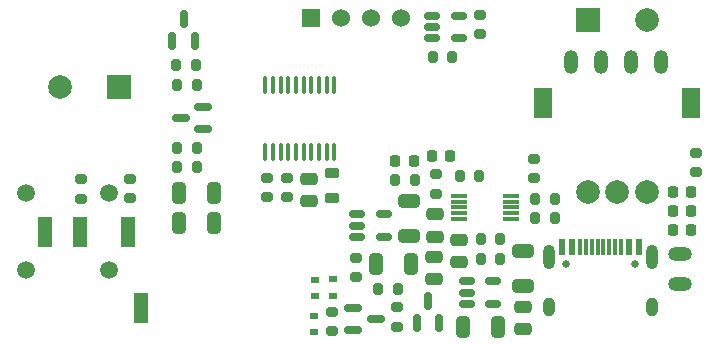
<source format=gbr>
%TF.GenerationSoftware,KiCad,Pcbnew,(6.0.2)*%
%TF.CreationDate,2022-03-18T21:37:06+08:00*%
%TF.ProjectId,Morse_code_PCB,4d6f7273-655f-4636-9f64-655f5043422e,rev?*%
%TF.SameCoordinates,Original*%
%TF.FileFunction,Soldermask,Top*%
%TF.FilePolarity,Negative*%
%FSLAX46Y46*%
G04 Gerber Fmt 4.6, Leading zero omitted, Abs format (unit mm)*
G04 Created by KiCad (PCBNEW (6.0.2)) date 2022-03-18 21:37:06*
%MOMM*%
%LPD*%
G01*
G04 APERTURE LIST*
G04 Aperture macros list*
%AMRoundRect*
0 Rectangle with rounded corners*
0 $1 Rounding radius*
0 $2 $3 $4 $5 $6 $7 $8 $9 X,Y pos of 4 corners*
0 Add a 4 corners polygon primitive as box body*
4,1,4,$2,$3,$4,$5,$6,$7,$8,$9,$2,$3,0*
0 Add four circle primitives for the rounded corners*
1,1,$1+$1,$2,$3*
1,1,$1+$1,$4,$5*
1,1,$1+$1,$6,$7*
1,1,$1+$1,$8,$9*
0 Add four rect primitives between the rounded corners*
20,1,$1+$1,$2,$3,$4,$5,0*
20,1,$1+$1,$4,$5,$6,$7,0*
20,1,$1+$1,$6,$7,$8,$9,0*
20,1,$1+$1,$8,$9,$2,$3,0*%
G04 Aperture macros list end*
%ADD10RoundRect,0.225000X0.225000X0.250000X-0.225000X0.250000X-0.225000X-0.250000X0.225000X-0.250000X0*%
%ADD11RoundRect,0.200000X-0.275000X0.200000X-0.275000X-0.200000X0.275000X-0.200000X0.275000X0.200000X0*%
%ADD12RoundRect,0.200000X0.200000X0.275000X-0.200000X0.275000X-0.200000X-0.275000X0.200000X-0.275000X0*%
%ADD13RoundRect,0.250000X-0.475000X0.250000X-0.475000X-0.250000X0.475000X-0.250000X0.475000X0.250000X0*%
%ADD14RoundRect,0.150000X0.587500X0.150000X-0.587500X0.150000X-0.587500X-0.150000X0.587500X-0.150000X0*%
%ADD15R,2.000000X2.000000*%
%ADD16C,2.000000*%
%ADD17RoundRect,0.200000X-0.200000X-0.275000X0.200000X-0.275000X0.200000X0.275000X-0.200000X0.275000X0*%
%ADD18O,2.000000X1.200000*%
%ADD19R,0.700000X0.600000*%
%ADD20RoundRect,0.218750X0.218750X0.256250X-0.218750X0.256250X-0.218750X-0.256250X0.218750X-0.256250X0*%
%ADD21RoundRect,0.218750X0.381250X-0.218750X0.381250X0.218750X-0.381250X0.218750X-0.381250X-0.218750X0*%
%ADD22R,1.500000X2.500000*%
%ADD23RoundRect,0.250000X0.325000X0.650000X-0.325000X0.650000X-0.325000X-0.650000X0.325000X-0.650000X0*%
%ADD24RoundRect,0.250000X-0.650000X0.325000X-0.650000X-0.325000X0.650000X-0.325000X0.650000X0.325000X0*%
%ADD25RoundRect,0.250000X-0.325000X-0.650000X0.325000X-0.650000X0.325000X0.650000X-0.325000X0.650000X0*%
%ADD26RoundRect,0.150000X-0.512500X-0.150000X0.512500X-0.150000X0.512500X0.150000X-0.512500X0.150000X0*%
%ADD27R,1.524000X1.524000*%
%ADD28C,1.524000*%
%ADD29RoundRect,0.250000X0.475000X-0.250000X0.475000X0.250000X-0.475000X0.250000X-0.475000X-0.250000X0*%
%ADD30C,0.650000*%
%ADD31R,0.600000X1.450000*%
%ADD32R,0.300000X1.450000*%
%ADD33O,1.000000X2.100000*%
%ADD34O,1.000000X1.600000*%
%ADD35C,1.500000*%
%ADD36R,1.200000X2.500000*%
%ADD37R,1.400000X0.300000*%
%ADD38RoundRect,0.200000X0.275000X-0.200000X0.275000X0.200000X-0.275000X0.200000X-0.275000X-0.200000X0*%
%ADD39RoundRect,0.100000X0.100000X-0.637500X0.100000X0.637500X-0.100000X0.637500X-0.100000X-0.637500X0*%
%ADD40RoundRect,0.150000X0.150000X-0.587500X0.150000X0.587500X-0.150000X0.587500X-0.150000X-0.587500X0*%
%ADD41RoundRect,0.150000X-0.587500X-0.150000X0.587500X-0.150000X0.587500X0.150000X-0.587500X0.150000X0*%
%ADD42O,1.200000X2.000000*%
G04 APERTURE END LIST*
D10*
%TO.C,C2*%
X104975000Y-146100000D03*
X103425000Y-146100000D03*
%TD*%
D11*
%TO.C,R19*%
X110600000Y-133675000D03*
X110600000Y-135325000D03*
%TD*%
D12*
%TO.C,R21*%
X86625000Y-139600000D03*
X84975000Y-139600000D03*
%TD*%
D13*
%TO.C,C4*%
X108820000Y-152750000D03*
X108820000Y-154650000D03*
%TD*%
D14*
%TO.C,Q3*%
X87137500Y-143350000D03*
X87137500Y-141450000D03*
X85262500Y-142400000D03*
%TD*%
D15*
%TO.C,BZ1*%
X80070785Y-139800000D03*
D16*
X75070785Y-139800000D03*
%TD*%
D17*
%TO.C,R20*%
X84875000Y-137900000D03*
X86525000Y-137900000D03*
%TD*%
D18*
%TO.C,J4*%
X127560000Y-156500000D03*
X127560000Y-153960000D03*
%TD*%
D17*
%TO.C,R18*%
X106575000Y-137300000D03*
X108225000Y-137300000D03*
%TD*%
D19*
%TO.C,D1*%
X96570000Y-160570000D03*
X96570000Y-159170000D03*
%TD*%
D20*
%TO.C,D2*%
X128487500Y-150300000D03*
X126912500Y-150300000D03*
%TD*%
D12*
%TO.C,R8*%
X103615000Y-156920000D03*
X101965000Y-156920000D03*
%TD*%
D17*
%TO.C,R17*%
X84975000Y-145000000D03*
X86625000Y-145000000D03*
%TD*%
D10*
%TO.C,C3*%
X108075000Y-145600000D03*
X106525000Y-145600000D03*
%TD*%
D11*
%TO.C,R2*%
X94250000Y-147475000D03*
X94250000Y-149125000D03*
%TD*%
D21*
%TO.C,L1*%
X98050000Y-149212500D03*
X98050000Y-147087500D03*
%TD*%
D22*
%TO.C,SW1*%
X115950000Y-141150000D03*
X128450000Y-141150000D03*
D16*
X119700000Y-148650000D03*
X124700000Y-148650000D03*
X122200000Y-148650000D03*
D15*
X119700000Y-134150000D03*
D16*
X124700000Y-134150000D03*
%TD*%
D23*
%TO.C,C8*%
X104775000Y-154750000D03*
X101825000Y-154750000D03*
%TD*%
D24*
%TO.C,C5*%
X114200000Y-153725000D03*
X114200000Y-156675000D03*
%TD*%
D25*
%TO.C,C13*%
X85125000Y-151350000D03*
X88075000Y-151350000D03*
%TD*%
D23*
%TO.C,C6*%
X112095000Y-160130000D03*
X109145000Y-160130000D03*
%TD*%
D19*
%TO.C,D5*%
X96600000Y-157500000D03*
X96600000Y-156100000D03*
%TD*%
D20*
%TO.C,D3*%
X128487500Y-151940000D03*
X126912500Y-151940000D03*
%TD*%
D11*
%TO.C,R13*%
X115200000Y-145875000D03*
X115200000Y-147525000D03*
%TD*%
D26*
%TO.C,U3*%
X109462500Y-156250000D03*
X109462500Y-157200000D03*
X109462500Y-158150000D03*
X111737500Y-158150000D03*
X111737500Y-156250000D03*
%TD*%
D27*
%TO.C,U2*%
X96295000Y-133995000D03*
D28*
X98835000Y-133995000D03*
X101375000Y-133995000D03*
X103915000Y-133995000D03*
%TD*%
D29*
%TO.C,C9*%
X106700000Y-156050000D03*
X106700000Y-154150000D03*
%TD*%
D17*
%TO.C,R16*%
X84975000Y-146600000D03*
X86625000Y-146600000D03*
%TD*%
D11*
%TO.C,R7*%
X103550000Y-158455000D03*
X103550000Y-160105000D03*
%TD*%
D30*
%TO.C,J1*%
X123690000Y-154760000D03*
X117910000Y-154760000D03*
D31*
X117550000Y-153315000D03*
X118350000Y-153315000D03*
D32*
X119550000Y-153315000D03*
X120550000Y-153315000D03*
X121050000Y-153315000D03*
X122050000Y-153315000D03*
D31*
X123250000Y-153315000D03*
X124050000Y-153315000D03*
X124050000Y-153315000D03*
X123250000Y-153315000D03*
D32*
X122550000Y-153315000D03*
X121550000Y-153315000D03*
X120050000Y-153315000D03*
X119050000Y-153315000D03*
D31*
X118350000Y-153315000D03*
X117550000Y-153315000D03*
D33*
X116480000Y-154230000D03*
X125120000Y-154230000D03*
D34*
X125120000Y-158410000D03*
X116480000Y-158410000D03*
%TD*%
D11*
%TO.C,R6*%
X98100000Y-158825000D03*
X98100000Y-160475000D03*
%TD*%
%TO.C,R24*%
X128850000Y-145375000D03*
X128850000Y-147025000D03*
%TD*%
D17*
%TO.C,R14*%
X108875000Y-147300000D03*
X110525000Y-147300000D03*
%TD*%
D35*
%TO.C,J3*%
X72155000Y-155300000D03*
X79155000Y-155300000D03*
D36*
X76755000Y-152050000D03*
X73755000Y-152050000D03*
X81855000Y-158550000D03*
X80755000Y-152050000D03*
%TD*%
D13*
%TO.C,C1*%
X96150000Y-147550000D03*
X96150000Y-149450000D03*
%TD*%
D37*
%TO.C,U4*%
X113200000Y-151000000D03*
X113200000Y-150500000D03*
X113200000Y-150000000D03*
X113200000Y-149500000D03*
X113200000Y-149000000D03*
X108800000Y-149000000D03*
X108800000Y-149500000D03*
X108800000Y-150000000D03*
X108800000Y-150500000D03*
X108800000Y-151000000D03*
%TD*%
D11*
%TO.C,R23*%
X80950000Y-147575000D03*
X80950000Y-149225000D03*
%TD*%
D17*
%TO.C,R12*%
X115275000Y-150900000D03*
X116925000Y-150900000D03*
%TD*%
%TO.C,R11*%
X115275000Y-149300000D03*
X116925000Y-149300000D03*
%TD*%
D12*
%TO.C,R10*%
X112325000Y-152700000D03*
X110675000Y-152700000D03*
%TD*%
D38*
%TO.C,R1*%
X92600000Y-149125000D03*
X92600000Y-147475000D03*
%TD*%
D39*
%TO.C,U1*%
X92425000Y-145312500D03*
X93075000Y-145312500D03*
X93725000Y-145312500D03*
X94375000Y-145312500D03*
X95025000Y-145312500D03*
X95675000Y-145312500D03*
X96325000Y-145312500D03*
X96975000Y-145312500D03*
X97625000Y-145312500D03*
X98275000Y-145312500D03*
X98275000Y-139587500D03*
X97625000Y-139587500D03*
X96975000Y-139587500D03*
X96325000Y-139587500D03*
X95675000Y-139587500D03*
X95025000Y-139587500D03*
X94375000Y-139587500D03*
X93725000Y-139587500D03*
X93075000Y-139587500D03*
X92425000Y-139587500D03*
%TD*%
D11*
%TO.C,R22*%
X76850000Y-147600000D03*
X76850000Y-149250000D03*
%TD*%
D19*
%TO.C,D4*%
X98110000Y-156090000D03*
X98110000Y-157490000D03*
%TD*%
D40*
%TO.C,Q4*%
X84550000Y-135937500D03*
X86450000Y-135937500D03*
X85500000Y-134062500D03*
%TD*%
D26*
%TO.C,U6*%
X106562500Y-133750000D03*
X106562500Y-134700000D03*
X106562500Y-135650000D03*
X108837500Y-135650000D03*
X108837500Y-133750000D03*
%TD*%
D12*
%TO.C,R3*%
X105055000Y-147710000D03*
X103405000Y-147710000D03*
%TD*%
D26*
%TO.C,U5*%
X100182500Y-150590000D03*
X100182500Y-151540000D03*
X100182500Y-152490000D03*
X102457500Y-152490000D03*
X102457500Y-150590000D03*
%TD*%
D29*
%TO.C,C7*%
X114260000Y-160290000D03*
X114260000Y-158390000D03*
%TD*%
D20*
%TO.C,D6*%
X128487500Y-148650000D03*
X126912500Y-148650000D03*
%TD*%
D38*
%TO.C,R9*%
X100120000Y-155905000D03*
X100120000Y-154255000D03*
%TD*%
D11*
%TO.C,R4*%
X106850000Y-147175000D03*
X106850000Y-148825000D03*
%TD*%
D40*
%TO.C,Q2*%
X105240000Y-159777500D03*
X107140000Y-159777500D03*
X106190000Y-157902500D03*
%TD*%
D25*
%TO.C,C12*%
X85125000Y-148800000D03*
X88075000Y-148800000D03*
%TD*%
D41*
%TO.C,Q1*%
X99882500Y-158480000D03*
X99882500Y-160380000D03*
X101757500Y-159430000D03*
%TD*%
D24*
%TO.C,C10*%
X104580000Y-149465000D03*
X104580000Y-152415000D03*
%TD*%
D13*
%TO.C,C11*%
X106790000Y-150560000D03*
X106790000Y-152460000D03*
%TD*%
D17*
%TO.C,R5*%
X110675000Y-154400000D03*
X112325000Y-154400000D03*
%TD*%
D42*
%TO.C,J5*%
X118290000Y-137700000D03*
X120830000Y-137700000D03*
X123370000Y-137700000D03*
X125910000Y-137700000D03*
%TD*%
D35*
%TO.C,J2*%
X72155000Y-148800000D03*
X79155000Y-148800000D03*
%TD*%
M02*

</source>
